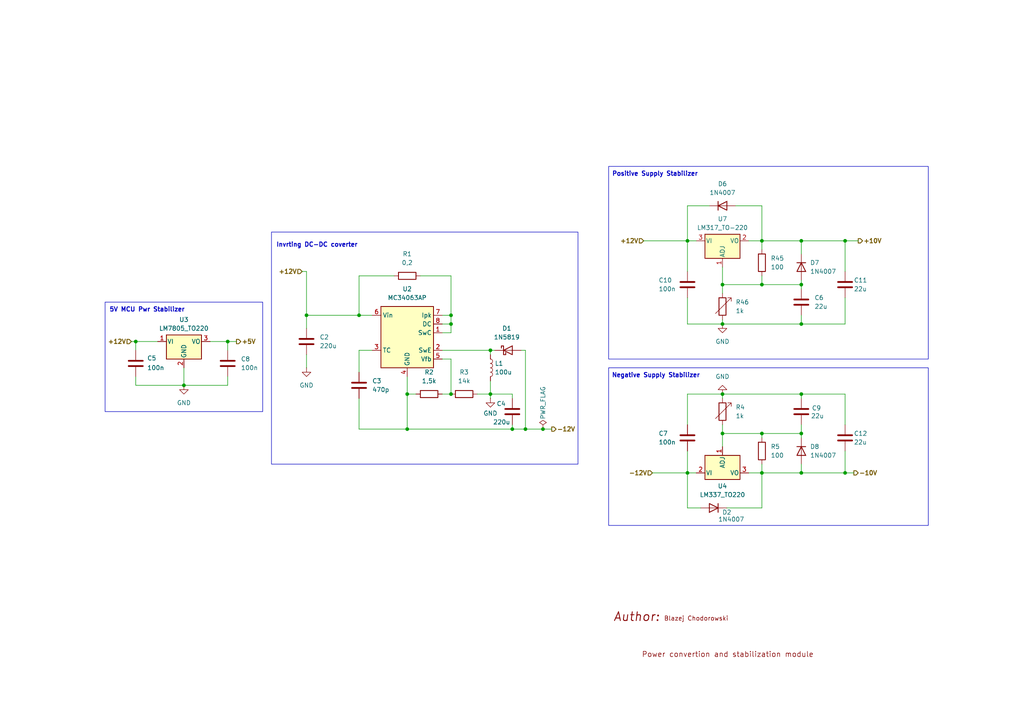
<source format=kicad_sch>
(kicad_sch (version 20231120) (generator "eeschema") (generator_version "8.0")
  (paper "A4")
  (lib_symbols
    (symbol "Device:C" (pin_numbers hide) (pin_names (offset 0.254))
      (property "Reference" "C" (at 0.635 2.54 0))
      (property "Value" "C" (at 0.635 -2.54 0))
      (symbol "C_0_1"
        (polyline (pts (xy -2.032 -0.762) (xy 2.032 -0.762)) (stroke (width 0.508)))
        (polyline (pts (xy -2.032 0.762) (xy 2.032 0.762)) (stroke (width 0.508)))
      )
      (symbol "C_1_1"
        (pin passive line (at 0 3.81 270) (length 2.794) (name "~") (number "1"))
        (pin passive line (at 0 -3.81 90) (length 2.794) (name "~") (number "2"))
      )
    )
    (symbol "Device:L" (pin_numbers hide) (pin_names (offset 1.016) hide)
      (property "Reference" "L" (at -1.27 0 90))
      (property "Value" "L" (at 1.905 0 90))
      (symbol "L_0_1"
        (arc (start 0 -2.54) (mid 0.6323 -1.905) (end 0 -1.27))
        (arc (start 0 -1.27) (mid 0.6323 -0.635) (end 0 0))
        (arc (start 0 0) (mid 0.6323 0.635) (end 0 1.27))
        (arc (start 0 1.27) (mid 0.6323 1.905) (end 0 2.54))
      )
      (symbol "L_1_1"
        (pin passive line (at 0 3.81 270) (length 1.27) (name "1") (number "1"))
        (pin passive line (at 0 -3.81 90) (length 1.27) (name "2") (number "2"))
      )
    )
    (symbol "Device:R" (pin_numbers hide) (pin_names (offset 0))
      (property "Reference" "R" (at 2.032 0 90))
      (property "Value" "R" (at 0 0 90))
      (symbol "R_0_1"
        (rectangle (start -1.016 -2.54) (end 1.016 2.54) (stroke (width 0.254)))
      )
      (symbol "R_1_1"
        (pin passive line (at 0 3.81 270) (length 1.27) (name "~") (number "1"))
        (pin passive line (at 0 -3.81 90) (length 1.27) (name "~") (number "2"))
      )
    )
    (symbol "Device:R_Variable" (pin_numbers hide) (pin_names (offset 0))
      (property "Reference" "R" (at 2.54 -2.54 90))
      (property "Value" "R_Variable" (at -2.54 -1.27 90))
      (symbol "R_Variable_0_1"
        (rectangle (start -1.016 -2.54) (end 1.016 2.54) (stroke (width 0.254)))
        (polyline (pts (xy 2.54 1.524) (xy 2.54 2.54) (xy 1.524 2.54) (xy 2.54 2.54) (xy -2.032 -2.032)))
      )
      (symbol "R_Variable_1_1"
        (pin passive line (at 0 3.81 270) (length 1.27) (name "~") (number "1"))
        (pin passive line (at 0 -3.81 90) (length 1.27) (name "~") (number "2"))
      )
    )
    (symbol "Diode:1N4007" (pin_numbers hide) (pin_names hide)
      (property "Reference" "D" (at 0 2.54 0))
      (property "Value" "1N4007" (at 0 -2.54 0))
      (symbol "1N4007_0_1"
        (polyline (pts (xy -1.27 1.27) (xy -1.27 -1.27)) (stroke (width 0.254)))
        (polyline (pts (xy 1.27 0) (xy -1.27 0)))
        (polyline (pts (xy 1.27 1.27) (xy 1.27 -1.27) (xy -1.27 0) (xy 1.27 1.27)) (stroke (width 0.254)))
      )
      (symbol "1N4007_1_1"
        (pin passive line (at -3.81 0 0) (length 2.54) (name "K") (number "1"))
        (pin passive line (at 3.81 0 180) (length 2.54) (name "A") (number "2"))
      )
    )
    (symbol "Diode:1N5819" (pin_numbers hide) (pin_names (offset 1.016) hide)
      (property "Reference" "D" (at 0 2.54 0))
      (property "Value" "1N5819" (at 0 -2.54 0))
      (symbol "1N5819_0_1"
        (polyline (pts (xy 1.27 0) (xy -1.27 0)))
        (polyline (pts (xy 1.27 1.27) (xy 1.27 -1.27) (xy -1.27 0) (xy 1.27 1.27)) (stroke (width 0.254)))
        (polyline (pts (xy -1.905 0.635) (xy -1.905 1.27) (xy -1.27 1.27) (xy -1.27 -1.27) (xy -0.635 -1.27) (xy -0.635 -0.635)) (stroke (width 0.254)))
      )
      (symbol "1N5819_1_1"
        (pin passive line (at -3.81 0 0) (length 2.54) (name "K") (number "1"))
        (pin passive line (at 3.81 0 180) (length 2.54) (name "A") (number "2"))
      )
    )
    (symbol "Regulator_Linear:LM317_TO-220" (pin_names (offset 0.254))
      (property "Reference" "U" (at -3.81 3.175 0))
      (property "Value" "LM317_TO-220" (at 0 3.175 0))
      (symbol "LM317_TO-220_0_1"
        (rectangle (start -5.08 1.905) (end 5.08 -5.08) (stroke (width 0.254)) (fill (type background)))
      )
      (symbol "LM317_TO-220_1_1"
        (pin input line (at 0 -7.62 90) (length 2.54) (name "ADJ") (number "1"))
        (pin power_out line (at 7.62 0 180) (length 2.54) (name "VO") (number "2"))
        (pin power_in line (at -7.62 0 0) (length 2.54) (name "VI") (number "3"))
      )
    )
    (symbol "Regulator_Linear:LM337_TO220" (pin_names (offset 0.254))
      (property "Reference" "U" (at -3.81 -3.175 0))
      (property "Value" "LM337_TO220" (at 0 -3.175 0))
      (symbol "LM337_TO220_0_1"
        (rectangle (start -5.08 5.08) (end 5.08 -1.905) (stroke (width 0.254)) (fill (type background)))
      )
      (symbol "LM337_TO220_1_1"
        (pin input line (at 0 7.62 270) (length 2.54) (name "ADJ") (number "1"))
        (pin power_in line (at -7.62 0 0) (length 2.54) (name "VI") (number "2"))
        (pin power_out line (at 7.62 0 180) (length 2.54) (name "VO") (number "3"))
      )
    )
    (symbol "Regulator_Linear:LM7805_TO220" (pin_names (offset 0.254))
      (property "Reference" "U" (at -3.81 3.175 0))
      (property "Value" "LM7805_TO220" (at 0 3.175 0))
      (symbol "LM7805_TO220_0_1"
        (rectangle (start -5.08 1.905) (end 5.08 -5.08) (stroke (width 0.254)) (fill (type background)))
      )
      (symbol "LM7805_TO220_1_1"
        (pin power_in line (at -7.62 0 0) (length 2.54) (name "VI") (number "1"))
        (pin power_in line (at 0 -7.62 90) (length 2.54) (name "GND") (number "2"))
        (pin power_out line (at 7.62 0 180) (length 2.54) (name "VO") (number "3"))
      )
    )
    (symbol "Regulator_Switching:MC34063AP"
      (property "Reference" "U" (at -7.62 8.89 0))
      (property "Value" "MC34063AP" (at 0 8.89 0))
      (symbol "MC34063AP_0_1"
        (rectangle (start -7.62 7.62) (end 7.62 -10.16) (stroke (width 0.254)) (fill (type background)))
      )
      (symbol "MC34063AP_1_1"
        (pin open_collector line (at 10.16 0 180) (length 2.54) (name "SwC") (number "1"))
        (pin open_emitter line (at 10.16 -5.08 180) (length 2.54) (name "SwE") (number "2"))
        (pin passive line (at -10.16 -5.08 0) (length 2.54) (name "TC") (number "3"))
        (pin power_in line (at 0 -12.7 90) (length 2.54) (name "GND") (number "4"))
        (pin input line (at 10.16 -7.62 180) (length 2.54) (name "Vfb") (number "5"))
        (pin power_in line (at -10.16 5.08 0) (length 2.54) (name "Vin") (number "6"))
        (pin input line (at 10.16 5.08 180) (length 2.54) (name "Ipk") (number "7"))
        (pin open_collector line (at 10.16 2.54 180) (length 2.54) (name "DC") (number "8"))
      )
    )
    (symbol "power:GND" (power) (pin_numbers hide) (pin_names (offset 0) hide)
      (property "Value" "GND" (at 0 -3.81 0))
      (symbol "GND_0_1"
        (polyline (pts (xy 0 0) (xy 0 -1.27) (xy 1.27 -1.27) (xy 0 -2.54) (xy -1.27 -1.27) (xy 0 -1.27)))
      )
      (symbol "GND_1_1"
        (pin power_in line (at 0 0 270) (length 0) (name "~") (number "1"))
      )
    )
    (symbol "power:PWR_FLAG" (power) (pin_numbers hide) (pin_names (offset 0) hide)
      (property "Value" "PWR_FLAG" (at 0 3.81 0))
      (symbol "PWR_FLAG_0_0"
        (pin power_out line (at 0 0 90) (length 0) (name "~") (number "1"))
      )
      (symbol "PWR_FLAG_0_1"
        (polyline (pts (xy 0 0) (xy 0 1.27) (xy -1.016 1.905) (xy 0 2.54) (xy 1.016 1.905) (xy 0 1.27)))
      )
    )
  )
  (junction (at 130.81 93.98))
  (junction (at 220.98 69.85))
  (junction (at 220.98 137.16))
  (junction (at 142.24 114.3))
  (junction (at 130.81 91.44))
  (junction (at 152.4 124.46))
  (junction (at 209.55 82.55))
  (junction (at 232.41 82.55))
  (junction (at 209.55 93.98))
  (junction (at 220.98 82.55))
  (junction (at 118.11 124.46))
  (junction (at 209.55 114.3))
  (junction (at 66.04 99.06))
  (junction (at 220.98 125.73))
  (junction (at 232.41 69.85))
  (junction (at 53.34 111.76))
  (junction (at 245.11 137.16))
  (junction (at 232.41 125.73))
  (junction (at 157.48 124.46))
  (junction (at 199.39 137.16))
  (junction (at 88.9 91.44))
  (junction (at 209.55 125.73))
  (junction (at 130.81 114.3))
  (junction (at 232.41 137.16))
  (junction (at 245.11 69.85))
  (junction (at 39.37 99.06))
  (junction (at 104.14 91.44))
  (junction (at 199.39 69.85))
  (junction (at 232.41 93.98))
  (junction (at 232.41 114.3))
  (junction (at 142.24 101.6))
  (junction (at 118.11 114.3))
  (junction (at 148.59 124.46))
  (wire (pts (xy 104.14 80.01) (xy 114.3 80.01)))
  (wire (pts (xy 199.39 147.32) (xy 203.2 147.32)))
  (wire (pts (xy 232.41 81.28) (xy 232.41 82.55)))
  (wire (pts (xy 53.34 111.76) (xy 66.04 111.76)))
  (wire (pts (xy 209.55 114.3) (xy 209.55 115.57)))
  (wire (pts (xy 245.11 137.16) (xy 247.65 137.16)))
  (wire (pts (xy 220.98 80.01) (xy 220.98 82.55)))
  (wire (pts (xy 128.27 96.52) (xy 130.81 96.52)))
  (wire (pts (xy 232.41 69.85) (xy 245.11 69.85)))
  (wire (pts (xy 142.24 114.3) (xy 142.24 115.57)))
  (wire (pts (xy 209.55 82.55) (xy 209.55 85.09)))
  (wire (pts (xy 245.11 130.81) (xy 245.11 137.16)))
  (wire (pts (xy 128.27 104.14) (xy 130.81 104.14)))
  (wire (pts (xy 199.39 114.3) (xy 209.55 114.3)))
  (wire (pts (xy 121.92 80.01) (xy 130.81 80.01)))
  (wire (pts (xy 104.14 91.44) (xy 104.14 80.01)))
  (wire (pts (xy 148.59 115.57) (xy 148.59 114.3)))
  (wire (pts (xy 39.37 99.06) (xy 39.37 101.6)))
  (wire (pts (xy 220.98 137.16) (xy 232.41 137.16)))
  (wire (pts (xy 39.37 109.22) (xy 39.37 111.76)))
  (wire (pts (xy 220.98 147.32) (xy 220.98 137.16)))
  (wire (pts (xy 118.11 124.46) (xy 148.59 124.46)))
  (wire (pts (xy 199.39 130.81) (xy 199.39 137.16)))
  (wire (pts (xy 120.65 114.3) (xy 118.11 114.3)))
  (wire (pts (xy 53.34 106.68) (xy 53.34 111.76)))
  (wire (pts (xy 232.41 134.62) (xy 232.41 137.16)))
  (wire (pts (xy 130.81 104.14) (xy 130.81 114.3)))
  (wire (pts (xy 104.14 124.46) (xy 118.11 124.46)))
  (wire (pts (xy 220.98 69.85) (xy 217.17 69.85)))
  (wire (pts (xy 245.11 123.19) (xy 245.11 114.3)))
  (wire (pts (xy 210.82 147.32) (xy 220.98 147.32)))
  (wire (pts (xy 104.14 91.44) (xy 107.95 91.44)))
  (wire (pts (xy 128.27 91.44) (xy 130.81 91.44)))
  (wire (pts (xy 87.63 78.74) (xy 88.9 78.74)))
  (wire (pts (xy 232.41 125.73) (xy 232.41 127)))
  (wire (pts (xy 209.55 93.98) (xy 232.41 93.98)))
  (wire (pts (xy 209.55 123.19) (xy 209.55 125.73)))
  (wire (pts (xy 213.36 59.69) (xy 220.98 59.69)))
  (wire (pts (xy 232.41 125.73) (xy 220.98 125.73)))
  (wire (pts (xy 160.02 124.46) (xy 157.48 124.46)))
  (wire (pts (xy 232.41 114.3) (xy 209.55 114.3)))
  (wire (pts (xy 66.04 99.06) (xy 68.58 99.06)))
  (wire (pts (xy 232.41 69.85) (xy 232.41 73.66)))
  (wire (pts (xy 128.27 114.3) (xy 130.81 114.3)))
  (wire (pts (xy 53.34 111.76) (xy 39.37 111.76)))
  (wire (pts (xy 232.41 123.19) (xy 232.41 125.73)))
  (wire (pts (xy 220.98 82.55) (xy 209.55 82.55)))
  (wire (pts (xy 151.13 101.6) (xy 152.4 101.6)))
  (wire (pts (xy 130.81 80.01) (xy 130.81 91.44)))
  (wire (pts (xy 220.98 134.62) (xy 220.98 137.16)))
  (wire (pts (xy 199.39 114.3) (xy 199.39 123.19)))
  (wire (pts (xy 209.55 125.73) (xy 209.55 129.54)))
  (wire (pts (xy 220.98 125.73) (xy 220.98 127)))
  (wire (pts (xy 88.9 102.87) (xy 88.9 106.68)))
  (wire (pts (xy 209.55 92.71) (xy 209.55 93.98)))
  (wire (pts (xy 199.39 69.85) (xy 201.93 69.85)))
  (wire (pts (xy 199.39 86.36) (xy 199.39 93.98)))
  (wire (pts (xy 232.41 82.55) (xy 232.41 83.82)))
  (wire (pts (xy 199.39 137.16) (xy 201.93 137.16)))
  (wire (pts (xy 245.11 69.85) (xy 245.11 78.74)))
  (wire (pts (xy 142.24 101.6) (xy 143.51 101.6)))
  (wire (pts (xy 205.74 59.69) (xy 199.39 59.69)))
  (wire (pts (xy 220.98 82.55) (xy 232.41 82.55)))
  (wire (pts (xy 232.41 93.98) (xy 245.11 93.98)))
  (wire (pts (xy 232.41 114.3) (xy 232.41 115.57)))
  (wire (pts (xy 232.41 114.3) (xy 245.11 114.3)))
  (wire (pts (xy 38.1 99.06) (xy 39.37 99.06)))
  (wire (pts (xy 220.98 69.85) (xy 220.98 72.39)))
  (wire (pts (xy 66.04 109.22) (xy 66.04 111.76)))
  (wire (pts (xy 245.11 86.36) (xy 245.11 93.98)))
  (wire (pts (xy 104.14 107.95) (xy 104.14 101.6)))
  (wire (pts (xy 199.39 69.85) (xy 199.39 78.74)))
  (wire (pts (xy 152.4 124.46) (xy 157.48 124.46)))
  (wire (pts (xy 104.14 101.6) (xy 107.95 101.6)))
  (wire (pts (xy 118.11 109.22) (xy 118.11 114.3)))
  (wire (pts (xy 88.9 78.74) (xy 88.9 91.44)))
  (wire (pts (xy 142.24 114.3) (xy 148.59 114.3)))
  (wire (pts (xy 232.41 91.44) (xy 232.41 93.98)))
  (wire (pts (xy 232.41 137.16) (xy 245.11 137.16)))
  (wire (pts (xy 199.39 137.16) (xy 199.39 147.32)))
  (wire (pts (xy 142.24 110.49) (xy 142.24 114.3)))
  (wire (pts (xy 142.24 102.87) (xy 142.24 101.6)))
  (wire (pts (xy 209.55 77.47) (xy 209.55 82.55)))
  (wire (pts (xy 104.14 115.57) (xy 104.14 124.46)))
  (wire (pts (xy 148.59 124.46) (xy 152.4 124.46)))
  (wire (pts (xy 189.23 137.16) (xy 199.39 137.16)))
  (wire (pts (xy 66.04 99.06) (xy 66.04 101.6)))
  (wire (pts (xy 88.9 91.44) (xy 88.9 95.25)))
  (wire (pts (xy 128.27 93.98) (xy 130.81 93.98)))
  (wire (pts (xy 130.81 91.44) (xy 130.81 93.98)))
  (wire (pts (xy 128.27 101.6) (xy 142.24 101.6)))
  (wire (pts (xy 138.43 114.3) (xy 142.24 114.3)))
  (wire (pts (xy 199.39 93.98) (xy 209.55 93.98)))
  (wire (pts (xy 220.98 69.85) (xy 232.41 69.85)))
  (wire (pts (xy 118.11 114.3) (xy 118.11 124.46)))
  (wire (pts (xy 209.55 125.73) (xy 220.98 125.73)))
  (wire (pts (xy 152.4 101.6) (xy 152.4 124.46)))
  (wire (pts (xy 60.96 99.06) (xy 66.04 99.06)))
  (wire (pts (xy 199.39 59.69) (xy 199.39 69.85)))
  (wire (pts (xy 148.59 123.19) (xy 148.59 124.46)))
  (wire (pts (xy 217.17 137.16) (xy 220.98 137.16)))
  (wire (pts (xy 220.98 59.69) (xy 220.98 69.85)))
  (wire (pts (xy 245.11 69.85) (xy 248.92 69.85)))
  (wire (pts (xy 88.9 91.44) (xy 104.14 91.44)))
  (wire (pts (xy 130.81 96.52) (xy 130.81 93.98)))
  (wire (pts (xy 39.37 99.06) (xy 45.72 99.06)))
  (wire (pts (xy 186.69 69.85) (xy 199.39 69.85)))
  (rectangle (start 176.53 48.26) (end 269.24 104.14))
  (rectangle (start 78.74 67.31) (end 167.64 134.62))
  (rectangle (start 30.48 87.63) (end 76.2 119.38))
  (rectangle (start 176.53 106.68) (end 269.24 152.4))
  (text "Author:" (at 184.658 179.07 0) (effects (font (size 2.54 2.54) (thickness 0.254) (bold yes) (italic yes))))
  (text "Blazej Chodorowski" (at 201.93 179.578 0) (effects (font (size 1.27 1.27))))
  (text "Power convertion and stabilization module" (at 211.074 189.992 0) (effects (font (size 1.524 1.524))))
  (text "5V MCU Pwr Stabilizer" (at 42.672 89.916 0) (effects (font (size 1.27 1.27) (thickness 0.254) (bold yes))))
  (text "Positive Supply Stabilizer" (at 189.992 50.546 0) (effects (font (size 1.27 1.27) (thickness 0.254) (bold yes))))
  (text "Invrting DC-DC coverter" (at 91.948 71.12 0) (effects (font (size 1.27 1.27) (thickness 0.254) (bold yes))))
  (text "Negative Supply Stabilizer" (at 190.246 108.966 0) (effects (font (size 1.27 1.27) (thickness 0.254) (bold yes))))
  (hierarchical_label "-12V" (shape input) (at 189.23 137.16 180) (effects (font (thickness 0.254) (bold yes))))
  (hierarchical_label "-10V" (shape output) (at 247.65 137.16 0) (effects (font (thickness 0.254) (bold yes))))
  (hierarchical_label "+12V" (shape input) (at 87.63 78.74 180) (effects (font (thickness 0.254) (bold yes))))
  (hierarchical_label "+10V" (shape output) (at 248.92 69.85 0) (effects (font (thickness 0.254) (bold yes))))
  (hierarchical_label "+12V" (shape input) (at 186.69 69.85 180) (effects (font (thickness 0.254) (bold yes))))
  (hierarchical_label "+5V" (shape output) (at 68.58 99.06 0) (effects (font (thickness 0.254) (bold yes))))
  (hierarchical_label "+12V" (shape input) (at 38.1 99.06 180) (effects (font (thickness 0.254) (bold yes))))
  (hierarchical_label "-12V" (shape output) (at 160.02 124.46 0) (effects (font (thickness 0.254) (bold yes))))
  (symbol (lib_id "power:PWR_FLAG") (at 157.48 124.46 0) (unit 1)
    (property "Reference" "#FLG02" (effects (hide yes)))
    (property "Value" "PWR_FLAG" (at 157.48 121.666 90) (effects (justify left)))
    (property "Description" "Special symbol for telling ERC where power comes from" (effects (hide yes)))
  )
  (symbol (lib_id "Regulator_Linear:LM317_TO-220") (at 209.55 69.85 0) (unit 1)
    (property "Reference" "U7" (at 209.55 63.5 0))
    (property "Value" "LM317_TO-220" (at 209.55 66.04 0))
    (property "Footprint" "Package_TO_SOT_THT:TO-220-3_Vertical" (effects (hide yes)))
    (property "Datasheet" "http://www.ti.com/lit/ds/symlink/lm317.pdf" (effects (hide yes)))
    (property "Description" "1.5A 35V Adjustable Linear Regulator, TO-220" (effects (hide yes)))
  )
  (symbol (lib_id "power:GND") (at 142.24 115.57 0) (unit 1)
    (property "Reference" "#PWR017" (effects (hide yes)))
    (property "Value" "GND" (at 142.24 119.888 0))
    (property "Description" "Power symbol creates a global label with name \"GND\" , ground" (effects (hide yes)))
  )
  (symbol (lib_id "Device:C") (at 232.41 87.63 0) (unit 1)
    (property "Reference" "C6" (at 236.22 86.3599 0) (effects (justify left)))
    (property "Value" "22u" (at 236.22 88.8999 0) (effects (justify left)))
    (property "Footprint" "Capacitor_THT:CP_Radial_D5.0mm_P2.00mm" (effects (hide yes)))
    (property "Description" "Unpolarized capacitor" (effects (hide yes)))
  )
  (symbol (lib_id "Device:C") (at 199.39 82.55 0) (unit 1)
    (property "Reference" "C10" (at 191.008 81.28 0) (effects (justify left)))
    (property "Value" "100n" (at 191.008 83.82 0) (effects (justify left)))
    (property "Footprint" "Capacitor_SMD:C_0805_2012Metric_Pad1.18x1.45mm_HandSolder" (effects (hide yes)))
    (property "Description" "Unpolarized capacitor" (effects (hide yes)))
  )
  (symbol (lib_id "Device:R_Variable") (at 209.55 119.38 0) (unit 1)
    (property "Reference" "R4" (at 213.36 118.1099 0) (effects (justify left)))
    (property "Value" "1k" (at 213.36 120.6499 0) (effects (justify left)))
    (property "Footprint" "Potentiometer_SMD:Potentiometer_Bourns_TC33X_Vertical" (effects (hide yes)))
    (property "Description" "Variable resistor" (effects (hide yes)))
  )
  (symbol (lib_id "Regulator_Linear:LM337_TO220") (at 209.55 137.16 0) (unit 1)
    (property "Reference" "U4" (at 209.55 140.97 0))
    (property "Value" "LM337_TO220" (at 209.55 143.51 0))
    (property "Footprint" "Package_TO_SOT_THT:TO-220-3_Vertical" (effects (hide yes)))
    (property "Datasheet" "http://www.ti.com/lit/ds/symlink/lm337-n.pdf" (effects (hide yes)))
    (property "Description" "Negative 1.5A 35V Adjustable Linear Regulator, TO-220" (effects (hide yes)))
  )
  (symbol (lib_id "Device:L") (at 142.24 106.68 0) (unit 1)
    (property "Reference" "L1" (at 143.51 105.4099 0) (effects (justify left)))
    (property "Value" "100u" (at 143.51 107.9499 0) (effects (justify left)))
    (property "Footprint" "Inductor_THT:L_Radial_D8.7mm_P5.00mm_Fastron_07HCP" (effects (hide yes)))
    (property "Description" "Inductor" (effects (hide yes)))
  )
  (symbol (lib_id "Device:C") (at 199.39 127 0) (unit 1)
    (property "Reference" "C7" (at 191.008 125.73 0) (effects (justify left)))
    (property "Value" "100n" (at 191.008 128.27 0) (effects (justify left)))
    (property "Footprint" "Capacitor_SMD:C_0805_2012Metric_Pad1.18x1.45mm_HandSolder" (effects (hide yes)))
    (property "Description" "Unpolarized capacitor" (effects (hide yes)))
  )
  (symbol (lib_id "Device:R") (at 220.98 130.81 180) (unit 1)
    (property "Reference" "R5" (at 223.52 129.5399 0) (effects (justify right)))
    (property "Value" "100" (at 223.52 132.0799 0) (effects (justify right)))
    (property "Footprint" "Resistor_SMD:R_0805_2012Metric_Pad1.20x1.40mm_HandSolder" (effects (hide yes)))
    (property "Description" "Resistor" (effects (hide yes)))
  )
  (symbol (lib_id "Device:C") (at 104.14 111.76 0) (unit 1)
    (property "Reference" "C3" (at 107.95 110.4899 0) (effects (justify left)))
    (property "Value" "470p" (at 107.95 113.0299 0) (effects (justify left)))
    (property "Footprint" "Capacitor_SMD:C_0805_2012Metric_Pad1.18x1.45mm_HandSolder" (effects (hide yes)))
    (property "Description" "Unpolarized capacitor" (effects (hide yes)))
  )
  (symbol (lib_id "Device:C") (at 245.11 82.55 0) (unit 1)
    (property "Reference" "C11" (at 247.65 81.28 0) (effects (justify left)))
    (property "Value" "22u" (at 247.65 83.82 0) (effects (justify left)))
    (property "Footprint" "Capacitor_THT:CP_Radial_D5.0mm_P2.00mm" (effects (hide yes)))
    (property "Description" "Unpolarized capacitor" (effects (hide yes)))
  )
  (symbol (lib_id "Regulator_Switching:MC34063AP") (at 118.11 96.52 0) (unit 1)
    (property "Reference" "U2" (at 118.11 83.82 0))
    (property "Value" "MC34063AP" (at 118.11 86.36 0))
    (property "Footprint" "Package_DIP:DIP-8_W7.62mm_Socket_LongPads" (effects (hide yes)))
    (property "Datasheet" "http://www.onsemi.com/pub_link/Collateral/MC34063A-D.PDF" (effects (hide yes)))
    (property "Description" "1.5A, step-up/down/inverting switching regulator, 3-40V Vin, 100kHz, DIP-8" (effects (hide yes)))
  )
  (symbol (lib_id "power:GND") (at 209.55 93.98 0) (unit 1)
    (property "Reference" "#PWR019" (effects (hide yes)))
    (property "Value" "GND" (at 209.55 99.06 0))
    (property "Description" "Power symbol creates a global label with name \"GND\" , ground" (effects (hide yes)))
  )
  (symbol (lib_id "Device:R") (at 134.62 114.3 90) (unit 1)
    (property "Reference" "R3" (at 134.62 107.95 90))
    (property "Value" "14k" (at 134.62 110.49 90))
    (property "Footprint" "Resistor_SMD:R_0805_2012Metric_Pad1.20x1.40mm_HandSolder" (effects (hide yes)))
    (property "Description" "Resistor" (effects (hide yes)))
  )
  (symbol (lib_id "Device:C") (at 66.04 105.41 0) (unit 1)
    (property "Reference" "C8" (at 69.85 104.1399 0) (effects (justify left)))
    (property "Value" "100n" (at 69.85 106.6799 0) (effects (justify left)))
    (property "Footprint" "Capacitor_SMD:C_0805_2012Metric_Pad1.18x1.45mm_HandSolder" (effects (hide yes)))
    (property "Description" "Unpolarized capacitor" (effects (hide yes)))
  )
  (symbol (lib_id "Regulator_Linear:LM7805_TO220") (at 53.34 99.06 0) (unit 1)
    (property "Reference" "U3" (at 53.34 92.71 0))
    (property "Value" "LM7805_TO220" (at 53.34 95.25 0))
    (property "Footprint" "Package_TO_SOT_THT:TO-220-3_Vertical" (effects (hide yes)))
    (property "Datasheet" "https://www.onsemi.cn/PowerSolutions/document/MC7800-D.PDF" (effects (hide yes)))
    (property "Description" "Positive 1A 35V Linear Regulator, Fixed Output 5V, TO-220" (effects (hide yes)))
  )
  (symbol (lib_id "power:GND") (at 209.55 114.3 180) (unit 1)
    (property "Reference" "#PWR09" (effects (hide yes)))
    (property "Value" "GND" (at 209.55 109.22 0))
    (property "Description" "Power symbol creates a global label with name \"GND\" , ground" (effects (hide yes)))
  )
  (symbol (lib_id "Diode:1N4007") (at 209.55 59.69 0) (unit 1)
    (property "Reference" "D6" (at 209.55 53.34 0))
    (property "Value" "1N4007" (at 209.55 55.88 0))
    (property "Footprint" "Diode_THT:D_DO-41_SOD81_P10.16mm_Horizontal" (effects (hide yes)))
    (property "Datasheet" "http://www.vishay.com/docs/88503/1n4001.pdf" (effects (hide yes)))
    (property "Description" "1000V 1A General Purpose Rectifier Diode, DO-41" (effects (hide yes)))
    (property "Sim.Device" "D" (effects (hide yes)))
    (property "Sim.Pins" "1=K 2=A" (effects (hide yes)))
  )
  (symbol (lib_id "Device:C") (at 88.9 99.06 0) (unit 1)
    (property "Reference" "C2" (at 92.71 97.7899 0) (effects (justify left)))
    (property "Value" "220u" (at 92.71 100.3299 0) (effects (justify left)))
    (property "Footprint" "Capacitor_THT:CP_Radial_D8.0mm_P3.50mm" (effects (hide yes)))
    (property "Description" "Unpolarized capacitor" (effects (hide yes)))
  )
  (symbol (lib_id "Device:R_Variable") (at 209.55 88.9 0) (unit 1)
    (property "Reference" "R46" (at 213.36 87.6299 0) (effects (justify left)))
    (property "Value" "1k" (at 213.36 90.1699 0) (effects (justify left)))
    (property "Footprint" "Potentiometer_SMD:Potentiometer_Bourns_TC33X_Vertical" (effects (hide yes)))
    (property "Description" "Variable resistor" (effects (hide yes)))
  )
  (symbol (lib_id "power:GND") (at 88.9 106.68 0) (unit 1)
    (property "Reference" "#PWR07" (effects (hide yes)))
    (property "Value" "GND" (at 88.9 111.76 0))
    (property "Description" "Power symbol creates a global label with name \"GND\" , ground" (effects (hide yes)))
  )
  (symbol (lib_id "Diode:1N4007") (at 232.41 77.47 270) (unit 1)
    (property "Reference" "D7" (at 234.95 76.1999 90) (effects (justify left)))
    (property "Value" "1N4007" (at 234.95 78.7399 90) (effects (justify left)))
    (property "Footprint" "Diode_THT:D_DO-41_SOD81_P10.16mm_Horizontal" (effects (hide yes)))
    (property "Datasheet" "http://www.vishay.com/docs/88503/1n4001.pdf" (effects (hide yes)))
    (property "Description" "1000V 1A General Purpose Rectifier Diode, DO-41" (effects (hide yes)))
    (property "Sim.Device" "D" (effects (hide yes)))
    (property "Sim.Pins" "1=K 2=A" (effects (hide yes)))
  )
  (symbol (lib_id "Device:R") (at 118.11 80.01 90) (unit 1)
    (property "Reference" "R1" (at 118.11 73.66 90))
    (property "Value" "0,2" (at 118.11 76.2 90))
    (property "Footprint" "Resistor_SMD:R_0805_2012Metric_Pad1.20x1.40mm_HandSolder" (effects (hide yes)))
    (property "Description" "Resistor" (effects (hide yes)))
  )
  (symbol (lib_id "Diode:1N4007") (at 232.41 130.81 270) (unit 1)
    (property "Reference" "D8" (at 234.95 129.5399 90) (effects (justify left)))
    (property "Value" "1N4007" (at 234.95 132.0799 90) (effects (justify left)))
    (property "Footprint" "Diode_THT:D_DO-41_SOD81_P10.16mm_Horizontal" (effects (hide yes)))
    (property "Datasheet" "http://www.vishay.com/docs/88503/1n4001.pdf" (effects (hide yes)))
    (property "Description" "1000V 1A General Purpose Rectifier Diode, DO-41" (effects (hide yes)))
    (property "Sim.Device" "D" (effects (hide yes)))
    (property "Sim.Pins" "1=K 2=A" (effects (hide yes)))
  )
  (symbol (lib_id "Device:C") (at 39.37 105.41 0) (unit 1)
    (property "Reference" "C5" (at 42.672 103.886 0) (effects (justify left)))
    (property "Value" "100n" (at 42.672 106.68 0) (effects (justify left)))
    (property "Footprint" "Capacitor_SMD:C_0805_2012Metric_Pad1.18x1.45mm_HandSolder" (effects (hide yes)))
    (property "Description" "Unpolarized capacitor" (effects (hide yes)))
  )
  (symbol (lib_id "Diode:1N4007") (at 207.01 147.32 180) (unit 1)
    (property "Reference" "D2" (at 210.82 148.59 0))
    (property "Value" "1N4007" (at 212.09 150.622 0))
    (property "Footprint" "Diode_THT:D_DO-41_SOD81_P10.16mm_Horizontal" (effects (hide yes)))
    (property "Datasheet" "http://www.vishay.com/docs/88503/1n4001.pdf" (effects (hide yes)))
    (property "Description" "1000V 1A General Purpose Rectifier Diode, DO-41" (effects (hide yes)))
    (property "Sim.Device" "D" (effects (hide yes)))
    (property "Sim.Pins" "1=K 2=A" (effects (hide yes)))
  )
  (symbol (lib_id "Diode:1N5819") (at 147.32 101.6 0) (unit 1)
    (property "Reference" "D1" (at 147.0025 95.25 0))
    (property "Value" "1N5819" (at 147.0025 97.79 0))
    (property "Footprint" "Diode_THT:D_DO-41_SOD81_P10.16mm_Horizontal" (effects (hide yes)))
    (property "Datasheet" "http://www.vishay.com/docs/88525/1n5817.pdf" (effects (hide yes)))
    (property "Description" "40V 1A Schottky Barrier Rectifier Diode, DO-41" (effects (hide yes)))
  )
  (symbol (lib_id "Device:R") (at 124.46 114.3 90) (unit 1)
    (property "Reference" "R2" (at 124.46 107.95 90))
    (property "Value" "1,5k" (at 124.46 110.49 90))
    (property "Footprint" "Resistor_SMD:R_0805_2012Metric_Pad1.20x1.40mm_HandSolder" (effects (hide yes)))
    (property "Description" "Resistor" (effects (hide yes)))
  )
  (symbol (lib_id "Device:C") (at 148.59 119.38 0) (unit 1)
    (property "Reference" "C4" (at 144.018 117.094 0) (effects (justify left)))
    (property "Value" "220u" (at 143.002 122.428 0) (effects (justify left)))
    (property "Footprint" "Capacitor_THT:CP_Radial_D8.0mm_P3.50mm" (effects (hide yes)))
    (property "Description" "Unpolarized capacitor" (effects (hide yes)))
  )
  (symbol (lib_id "Device:R") (at 220.98 76.2 180) (unit 1)
    (property "Reference" "R45" (at 223.52 74.9299 0) (effects (justify right)))
    (property "Value" "100" (at 223.52 77.4699 0) (effects (justify right)))
    (property "Footprint" "Resistor_SMD:R_0805_2012Metric_Pad1.20x1.40mm_HandSolder" (effects (hide yes)))
    (property "Description" "Resistor" (effects (hide yes)))
  )
  (symbol (lib_id "Device:C") (at 245.11 127 0) (unit 1)
    (property "Reference" "C12" (at 247.65 125.73 0) (effects (justify left)))
    (property "Value" "22u" (at 247.65 128.27 0) (effects (justify left)))
    (property "Footprint" "Capacitor_THT:CP_Radial_D5.0mm_P2.00mm" (effects (hide yes)))
    (property "Description" "Unpolarized capacitor" (effects (hide yes)))
  )
  (symbol (lib_id "power:GND") (at 53.34 111.76 0) (unit 1)
    (property "Reference" "#PWR08" (effects (hide yes)))
    (property "Value" "GND" (at 53.34 116.84 0))
    (property "Description" "Power symbol creates a global label with name \"GND\" , ground" (effects (hide yes)))
  )
  (symbol (lib_id "Device:C") (at 232.41 119.38 0) (unit 1)
    (property "Reference" "C9" (at 235.458 118.364 0) (effects (justify left)))
    (property "Value" "22u" (at 235.204 120.65 0) (effects (justify left)))
    (property "Footprint" "Capacitor_THT:CP_Radial_D5.0mm_P2.00mm" (effects (hide yes)))
    (property "Description" "Unpolarized capacitor" (effects (hide yes)))
  )
)
</source>
